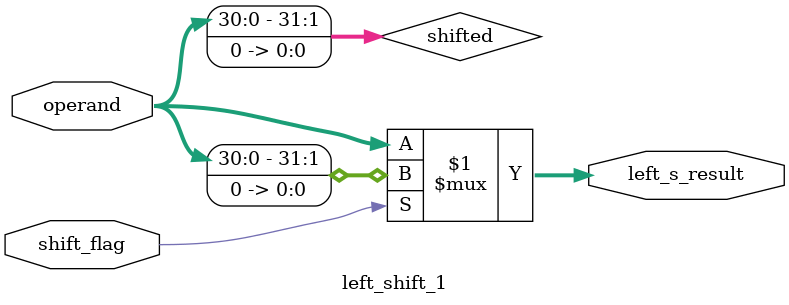
<source format=v>
module left_shift_1 (shift_flag,left_s_result,operand);
	input[31:0] operand;
	input shift_flag;
	output[31:0] left_s_result;

	wire[31:0] shifted;
	assign shifted[31:1] = operand[30:0];
	assign shifted[0] = 1'b0;

	assign left_s_result = shift_flag ? shifted:operand;	


endmodule
</source>
